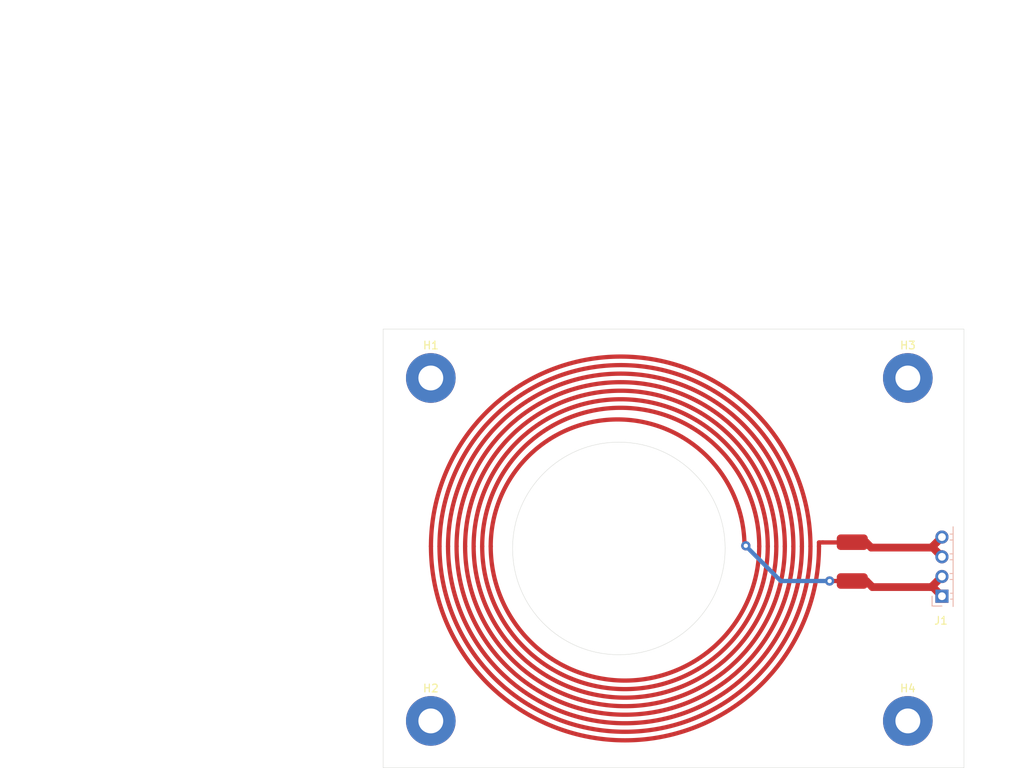
<source format=kicad_pcb>
(kicad_pcb (version 20240108) (generator "pcbnew") (generator_version "8.0")
  (layers (0 "F.Cu" signal) (31 "B.Cu" signal) (34 "B.Paste" user) (35 "F.Paste" user) (36 "B.SilkS" user "B.Silkscreen") (37 "F.SilkS" user "F.Silkscreen") (38 "B.Mask" user) (39 "F.Mask" user) (44 "Edge.Cuts" user))
  (net 0 "")
  (net 1 "/coil start")
  (net 2 "/coil end")
  (footprint "Top sensing coik" (layer "F.Cu") (at 167.97 126.69)
    (property "Reference" "REF**" (hide yes))
    (property "Value" "Top sensing coil")
    (fp_line (start 25.55 -0.5) (end 26.05 -0.5) (stroke (width 0.55)) (layer "F.Cu"))
    (fp_line (start 25.55 0) (end 25.55 -0.5) (stroke (width 0.55)) (layer "F.Cu"))
    (fp_line (start 26.05 -0.5) (end 28.87 -0.5) (stroke (width 0.55)) (layer "F.Cu"))
    (fp_line (start 26.92 4.47) (end 29.12 4.47) (stroke (width 0.55)) (layer "F.Cu"))
    (fp_arc (start -24.45 0) (mid 0 -24.45) (end 24.45 0) (stroke (width 0.55)) (layer "F.Cu"))
    (fp_arc (start -23.35 0) (mid 0 -23.35) (end 23.35 0) (stroke (width 0.55)) (layer "F.Cu"))
    (fp_arc (start -22.25 0) (mid 0 -22.25) (end 22.25 0) (stroke (width 0.55)) (layer "F.Cu"))
    (fp_arc (start -21.15 0) (mid 0 -21.15) (end 21.15 0) (stroke (width 0.55)) (layer "F.Cu"))
    (fp_arc (start -20.05 0) (mid 0 -20.05) (end 20.05 0) (stroke (width 0.55)) (layer "F.Cu"))
    (fp_arc (start -18.95 0) (mid 0 -18.95) (end 18.95 0) (stroke (width 0.55)) (layer "F.Cu"))
    (fp_arc (start -17.85 0) (mid 0 -17.85) (end 17.85 0) (stroke (width 0.55)) (layer "F.Cu"))
    (fp_arc (start -16.75 0) (mid -0.4 -16.354894) (end 15.95 0) (stroke (width 0.55)) (layer "F.Cu"))
    (fp_arc (start 17.85 0) (mid 0.55 17.335006) (end -16.75 0) (stroke (width 0.55)) (layer "F.Cu"))
    (fp_arc (start 18.95 0) (mid 0.55 18.4) (end -17.85 0) (stroke (width 0.55)) (layer "F.Cu"))
    (fp_arc (start 20.05 0) (mid 0.55 19.5) (end -18.95 0) (stroke (width 0.55)) (layer "F.Cu"))
    (fp_arc (start 21.15 0) (mid 0.55 20.6) (end -20.05 0) (stroke (width 0.55)) (layer "F.Cu"))
    (fp_arc (start 22.25 0) (mid 0.55 21.7) (end -21.15 0) (stroke (width 0.55)) (layer "F.Cu"))
    (fp_arc (start 23.35 0) (mid 0.55 22.8) (end -22.25 0) (stroke (width 0.55)) (layer "F.Cu"))
    (fp_arc (start 24.45 0) (mid 0.55 23.9) (end -23.35 0) (stroke (width 0.55)) (layer "F.Cu"))
    (fp_arc (start 25.55 0) (mid 0.55 25) (end -24.45 0) (stroke (width 0.55)) (layer "F.Cu"))
    (fp_line (start 20.645971 4.485971) (end 15.94 -0.22) (stroke (width 0.55)) (layer "B.Cu"))
    (fp_line (start 26.92 4.47) (end 20.74 4.47) (stroke (width 0.55)) (layer "B.Cu"))
    (pad "1" smd roundrect (at 29.84 -0.53) (size 4 2) (layers "F.Cu") (net 1 "/coil start"))
    (pad "2" smd roundrect (at 29.84 4.47) (size 4 2) (layers "F.Cu") (net 2 "/coil end"))
    (pad "3" thru_hole circle (at 16.12 -0.07 90) (size 1.2 1.2) (drill 0.55) (layers "*.Cu" "*.Mask"))
    (pad "3" thru_hole circle (at 26.92 4.47 90) (size 1.2 1.2) (drill 0.55) (layers "*.Cu" "*.Mask"))
  )
  (footprint "MountingHole:MountingHole_3.2mm_M3_Pad" (layer "F.Cu") (at 204.97 105)
    (property "Reference" "H3" (at 0 -4.2 0) (layer "F.SilkS"))
    (property "Value" "MountingHole")
    (pad "1" thru_hole circle (at 0 0) (size 6.4 6.4) (drill 3.2) (layers "*.Cu" "*.Mask"))
  )
  (footprint "MountingHole:MountingHole_3.2mm_M3_Pad" (layer "F.Cu") (at 204.97 149.19)
    (property "Reference" "H4" (at 0 -4.2 0) (layer "F.SilkS"))
    (property "Value" "MountingHole")
    (pad "1" thru_hole circle (at 0 0) (size 6.4 6.4) (drill 3.2) (layers "*.Cu" "*.Mask"))
  )
  (footprint "MountingHole:MountingHole_3.2mm_M3_Pad" (layer "F.Cu") (at 143.5 149.19)
    (property "Reference" "H2" (at 0 -4.2 0) (layer "F.SilkS"))
    (property "Value" "MountingHole")
    (pad "1" thru_hole circle (at 0 0) (size 6.4 6.4) (drill 3.2) (layers "*.Cu" "*.Mask"))
  )
  (footprint "MountingHole:MountingHole_3.2mm_M3_Pad" (layer "F.Cu") (at 143.5 105)
    (property "Reference" "H1" (at 0 -4.2 0) (layer "F.SilkS"))
    (property "Value" "MountingHole")
    (pad "1" thru_hole circle (at 0 0) (size 6.4 6.4) (drill 3.2) (layers "*.Cu" "*.Mask"))
  )
  (footprint "Connector_PinHeader_2.54mm:PinHeader_1x04_P2.54mm_Horizontal" (layer "B.Cu") (at 209.365 133.12)
    (property "Reference" "J1" (at -0.125 3.15 0) (layer "F.SilkS"))
    (property "Value" "Conn_01x04")
    (fp_line (start -1.27 1.27) (end -1.27 0) (stroke (width 0.12)) (layer "B.SilkS"))
    (fp_line (start 0 1.27) (end -1.27 1.27) (stroke (width 0.12)) (layer "B.SilkS"))
    (fp_line (start 1.44 -8.95) (end 1.44 1.33) (stroke (width 0.12)) (layer "B.SilkS"))
    (fp_line (start 1.44 -8) (end 1.042929 -8) (stroke (width 0.12)) (layer "B.SilkS"))
    (fp_line (start 1.44 -7.24) (end 1.042929 -7.24) (stroke (width 0.12)) (layer "B.SilkS"))
    (fp_line (start 1.44 -5.46) (end 1.042929 -5.46) (stroke (width 0.12)) (layer "B.SilkS"))
    (fp_line (start 1.44 -4.7) (end 1.042929 -4.7) (stroke (width 0.12)) (layer "B.SilkS"))
    (fp_line (start 1.44 -2.92) (end 1.042929 -2.92) (stroke (width 0.12)) (layer "B.SilkS"))
    (fp_line (start 1.44 -2.16) (end 1.042929 -2.16) (stroke (width 0.12)) (layer "B.SilkS"))
    (fp_line (start 1.44 -0.38) (end 1.11 -0.38) (stroke (width 0.12)) (layer "B.SilkS"))
    (fp_line (start 1.44 0.38) (end 1.11 0.38) (stroke (width 0.12)) (layer "B.SilkS"))
    (pad "1" thru_hole rect (at 0 0) (size 1.7 1.7) (drill 1) (layers "*.Cu" "*.Mask") (net 2 "/coil end"))
    (pad "2" thru_hole oval (at 0 -2.54) (size 1.7 1.7) (drill 1) (layers "*.Cu" "*.Mask") (net 2 "/coil end"))
    (pad "3" thru_hole oval (at 0 -5.08) (size 1.7 1.7) (drill 1) (layers "*.Cu" "*.Mask") (net 1 "/coil start"))
    (pad "4" thru_hole oval (at 0 -7.62) (size 1.7 1.7) (drill 1) (layers "*.Cu" "*.Mask") (net 1 "/coil start"))
  )
  (gr_rect (start 137.3532 98.6948) (end 212.2032 155.2352) (stroke (width 0.05)) (fill none) (layer "Edge.Cuts"))
  (gr_circle (center 167.7316 126.965) (end 179.97 120.815992) (stroke (width 0.05)) (fill none) (layer "Edge.Cuts"))
  (segment (start 209.365 125.5) (end 208.12205 126.74295) (width 1) (layer "F.Cu") (net 1))
  (segment (start 208.12205 126.74295) (end 208.0441 126.8209) (width 1) (layer "F.Cu") (net 1))
  (segment (start 200.2541 126.855) (end 208.0441 126.855) (width 1) (layer "F.Cu") (net 1))
  (segment (start 208.0441 126.8209) (end 208.0441 126.855) (width 1) (layer "F.Cu") (net 1))
  (segment (start 197.81 126.16) (end 197.85 126.2) (width 0.6) (layer "F.Cu") (net 1))
  (segment (start 197.81 126.16) (end 199.5591 126.16) (width 1) (layer "F.Cu") (net 1))
  (segment (start 199.5591 126.16) (end 200.2541 126.855) (width 1) (layer "F.Cu") (net 1))
  (segment (start 209.365 128.04) (end 208.12205 126.79705) (width 1) (layer "F.Cu") (net 1))
  (segment (start 208.12205 126.79705) (end 208.12205 126.74295) (width 0.6) (layer "F.Cu") (net 1))
  (segment (start 209.365 133.1159) (end 208.09705 131.84795) (width 1) (layer "F.Cu") (net 2))
  (segment (start 209.365 130.58) (end 208.09705 131.84795) (width 1) (layer "F.Cu") (net 2))
  (segment (start 208 131.945) (end 207.9841 131.945) (width 1) (layer "F.Cu") (net 2))
  (segment (start 209.365 133.12) (end 209.365 133.1159) (width 1) (layer "F.Cu") (net 2))
  (segment (start 197.81 131.16) (end 199.6191 131.16) (width 1) (layer "F.Cu") (net 2))
  (segment (start 199.6191 131.16) (end 200.4041 131.945) (width 1) (layer "F.Cu") (net 2))
  (segment (start 208.09705 131.84795) (end 208 131.945) (width 1) (layer "F.Cu") (net 2))
  (segment (start 200.4041 131.945) (end 207.9841 131.945) (width 1) (layer "F.Cu") (net 2))
)
</source>
